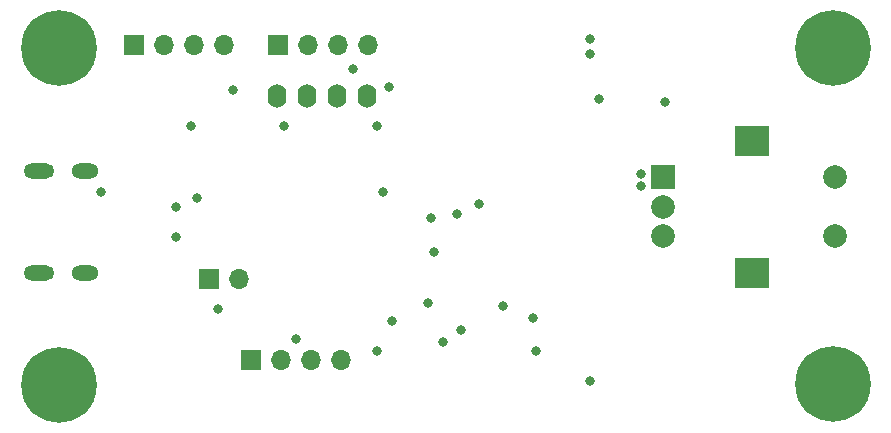
<source format=gbr>
%TF.GenerationSoftware,KiCad,Pcbnew,7.0.9-7.0.9~ubuntu22.04.1*%
%TF.CreationDate,2023-12-10T21:51:41+01:00*%
%TF.ProjectId,cat_scale,6361745f-7363-4616-9c65-2e6b69636164,rev?*%
%TF.SameCoordinates,Original*%
%TF.FileFunction,Copper,L26,Inr*%
%TF.FilePolarity,Positive*%
%FSLAX46Y46*%
G04 Gerber Fmt 4.6, Leading zero omitted, Abs format (unit mm)*
G04 Created by KiCad (PCBNEW 7.0.9-7.0.9~ubuntu22.04.1) date 2023-12-10 21:51:41*
%MOMM*%
%LPD*%
G01*
G04 APERTURE LIST*
%TA.AperFunction,ComponentPad*%
%ADD10C,6.400000*%
%TD*%
%TA.AperFunction,ComponentPad*%
%ADD11O,1.600000X2.000000*%
%TD*%
%TA.AperFunction,ComponentPad*%
%ADD12R,2.000000X2.000000*%
%TD*%
%TA.AperFunction,ComponentPad*%
%ADD13C,2.000000*%
%TD*%
%TA.AperFunction,ComponentPad*%
%ADD14R,3.000000X2.500000*%
%TD*%
%TA.AperFunction,ComponentPad*%
%ADD15R,1.700000X1.700000*%
%TD*%
%TA.AperFunction,ComponentPad*%
%ADD16O,1.700000X1.700000*%
%TD*%
%TA.AperFunction,ComponentPad*%
%ADD17O,2.600000X1.300000*%
%TD*%
%TA.AperFunction,ComponentPad*%
%ADD18O,2.300000X1.300000*%
%TD*%
%TA.AperFunction,ViaPad*%
%ADD19C,0.800000*%
%TD*%
G04 APERTURE END LIST*
D10*
%TO.N,GND*%
%TO.C,H2*%
X192000000Y-108000000D03*
%TD*%
D11*
%TO.N,+5V*%
%TO.C,J5*%
X144924000Y-83554000D03*
%TO.N,GND*%
X147464000Y-83554000D03*
%TO.N,/SCL*%
X150004000Y-83554000D03*
%TO.N,/SDA*%
X152544000Y-83554000D03*
%TD*%
D10*
%TO.N,GND*%
%TO.C,H3*%
X126500000Y-79500000D03*
%TD*%
%TO.N,GND*%
%TO.C,H1*%
X192000000Y-79500000D03*
%TD*%
D12*
%TO.N,/ROT0*%
%TO.C,SW3*%
X177662000Y-90464000D03*
D13*
%TO.N,/ROT1*%
X177662000Y-95464000D03*
%TO.N,GND*%
X177662000Y-92964000D03*
D14*
%TO.N,N/C*%
X185162000Y-87364000D03*
X185162000Y-98564000D03*
D13*
%TO.N,/BTN0*%
X192162000Y-90464000D03*
%TO.N,GND*%
X192162000Y-95464000D03*
%TD*%
D10*
%TO.N,GND*%
%TO.C,H4*%
X126508000Y-108042000D03*
%TD*%
D15*
%TO.N,/AVDD*%
%TO.C,J4*%
X142758000Y-105943000D03*
D16*
%TO.N,GND*%
X145298000Y-105943000D03*
%TO.N,Net-(J4-Pin_3)*%
X147838000Y-105943000D03*
%TO.N,/INA-*%
X150378000Y-105943000D03*
%TD*%
D15*
%TO.N,+3V3*%
%TO.C,J3*%
X145034000Y-79248000D03*
D16*
%TO.N,GND*%
X147574000Y-79248000D03*
%TO.N,/SCL*%
X150114000Y-79248000D03*
%TO.N,/SDA*%
X152654000Y-79248000D03*
%TD*%
D15*
%TO.N,+5V*%
%TO.C,J6*%
X139187000Y-99060000D03*
D16*
%TO.N,GND*%
X141727000Y-99060000D03*
%TD*%
D17*
%TO.N,GND*%
%TO.C,J1*%
X124834000Y-98554000D03*
D18*
X128659000Y-98554000D03*
D17*
X124834000Y-89914000D03*
D18*
X128659000Y-89914000D03*
%TD*%
D15*
%TO.N,+3V3*%
%TO.C,J2*%
X132852000Y-79248000D03*
D16*
%TO.N,/RXD0*%
X135392000Y-79248000D03*
%TO.N,/TXD0*%
X137932000Y-79248000D03*
%TO.N,GND*%
X140472000Y-79248000D03*
%TD*%
D19*
%TO.N,GND*%
X166624000Y-102362000D03*
X146558000Y-104140000D03*
X175768000Y-90170000D03*
X154432000Y-82804000D03*
X151384000Y-81280000D03*
X141224000Y-83058000D03*
X157734000Y-101092000D03*
X175768000Y-91186000D03*
%TO.N,/BOOT*%
X157988000Y-93904498D03*
X137668000Y-86106000D03*
%TO.N,/RST*%
X139954000Y-101600000D03*
X171450000Y-80010000D03*
%TO.N,+3V3*%
X145542000Y-86106000D03*
X171450000Y-107696000D03*
X177800000Y-84074000D03*
X153924000Y-91694000D03*
X171450000Y-78740000D03*
%TO.N,/AVDD*%
X153416000Y-105156000D03*
X154686000Y-102616000D03*
%TO.N,/INA-*%
X164084000Y-101346000D03*
%TO.N,Net-(D2-A)*%
X130066201Y-91712201D03*
X138176000Y-92202000D03*
%TO.N,/SDA*%
X153416000Y-86106000D03*
%TO.N,Net-(J4-Pin_3)*%
X160517388Y-103356545D03*
%TO.N,/USB_D-*%
X136398000Y-95504000D03*
X162052000Y-92710000D03*
%TO.N,/USB_D+*%
X160160378Y-93612378D03*
X136398000Y-92964000D03*
%TO.N,Net-(U3-VFB)*%
X166878000Y-105156000D03*
X159004000Y-104394000D03*
%TO.N,/LED_RGB*%
X172212000Y-83820000D03*
%TO.N,/BUZZ*%
X158242000Y-96774000D03*
%TD*%
M02*

</source>
